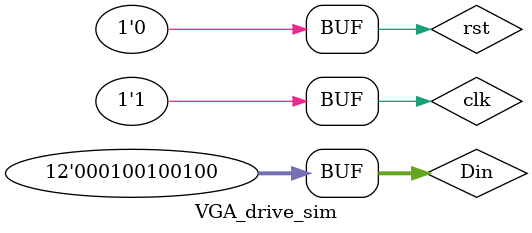
<source format=v>
`timescale 1ns / 1ps


module VGA_drive_sim;

	// Inputs
	reg clk;
	reg rst;
	reg [11:0] Din;

	// Outputs
	wire [8:0] row;
	wire [9:0] col;
	wire rdn;
	wire [3:0] R;
	wire [3:0] G;
	wire [3:0] B;
	wire HS;
	wire VS;

	// Instantiate the Unit Under Test (UUT)
	VGA_drive uut (
		.clk(clk), 
		.rst(rst), 
		.Din(Din), 
		.row(row), 
		.col(col), 
		.rdn(rdn), 
		.R(R), 
		.G(G), 
		.B(B), 
		.HS(HS), 
		.VS(VS)
	);

	initial begin
		// Initialize Inputs
		clk = 0;
		rst = 1;
		Din = 12'b0001_0010_0100;

		// Wait 20 ns for global reset to finish
		#20;
		rst=0;
        
		// Add stimulus here

	end
	
	always begin
		clk=0;#10;
		clk=1;#10;
   end
endmodule


</source>
